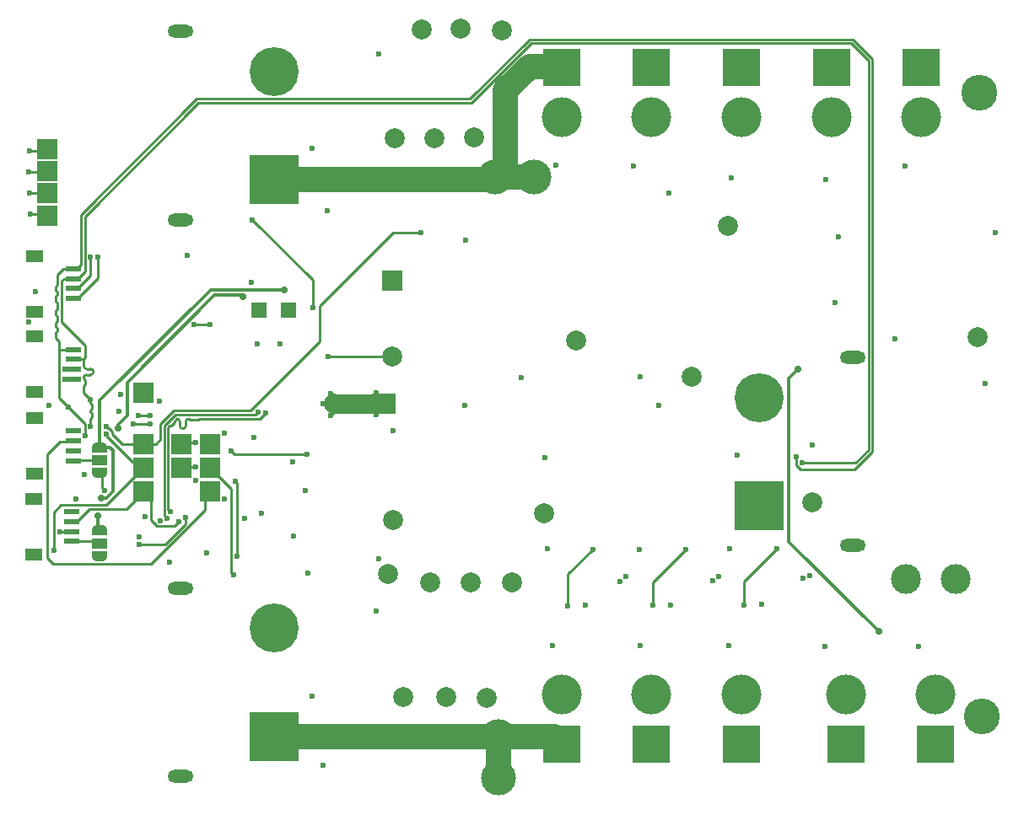
<source format=gbr>
%TF.GenerationSoftware,KiCad,Pcbnew,(6.0.10-0)*%
%TF.CreationDate,2023-03-03T19:39:16-08:00*%
%TF.ProjectId,1.0,312e302e-6b69-4636-9164-5f7063625858,rev?*%
%TF.SameCoordinates,Original*%
%TF.FileFunction,Copper,L4,Bot*%
%TF.FilePolarity,Positive*%
%FSLAX46Y46*%
G04 Gerber Fmt 4.6, Leading zero omitted, Abs format (unit mm)*
G04 Created by KiCad (PCBNEW (6.0.10-0)) date 2023-03-03 19:39:16*
%MOMM*%
%LPD*%
G01*
G04 APERTURE LIST*
G04 Aperture macros list*
%AMFreePoly0*
4,1,22,0.550000,-0.750000,0.000000,-0.750000,0.000000,-0.745033,-0.079941,-0.743568,-0.215256,-0.701293,-0.333266,-0.622738,-0.424486,-0.514219,-0.481581,-0.384460,-0.499164,-0.250000,-0.500000,-0.250000,-0.500000,0.250000,-0.499164,0.250000,-0.499963,0.256109,-0.478152,0.396186,-0.417904,0.524511,-0.324060,0.630769,-0.204165,0.706417,-0.067858,0.745374,0.000000,0.744959,0.000000,0.750000,
0.550000,0.750000,0.550000,-0.750000,0.550000,-0.750000,$1*%
%AMFreePoly1*
4,1,20,0.000000,0.744959,0.073905,0.744508,0.209726,0.703889,0.328688,0.626782,0.421226,0.519385,0.479903,0.390333,0.500000,0.250000,0.500000,-0.250000,0.499851,-0.262216,0.476331,-0.402017,0.414519,-0.529596,0.319384,-0.634700,0.198574,-0.708877,0.061801,-0.746166,0.000000,-0.745033,0.000000,-0.750000,-0.550000,-0.750000,-0.550000,0.750000,0.000000,0.750000,0.000000,0.744959,
0.000000,0.744959,$1*%
G04 Aperture macros list end*
%TA.AperFunction,ComponentPad*%
%ADD10C,3.600000*%
%TD*%
%TA.AperFunction,ComponentPad*%
%ADD11R,3.800000X3.800000*%
%TD*%
%TA.AperFunction,ComponentPad*%
%ADD12C,4.000000*%
%TD*%
%TA.AperFunction,ComponentPad*%
%ADD13R,1.500000X1.500000*%
%TD*%
%TA.AperFunction,ComponentPad*%
%ADD14C,3.000000*%
%TD*%
%TA.AperFunction,ComponentPad*%
%ADD15O,2.600000X1.300000*%
%TD*%
%TA.AperFunction,ComponentPad*%
%ADD16R,4.916000X4.916000*%
%TD*%
%TA.AperFunction,ComponentPad*%
%ADD17C,4.916000*%
%TD*%
%TA.AperFunction,ComponentPad*%
%ADD18R,2.000000X2.000000*%
%TD*%
%TA.AperFunction,ComponentPad*%
%ADD19C,2.000000*%
%TD*%
%TA.AperFunction,SMDPad,CuDef*%
%ADD20R,2.000000X2.000000*%
%TD*%
%TA.AperFunction,SMDPad,CuDef*%
%ADD21R,1.800000X1.200000*%
%TD*%
%TA.AperFunction,SMDPad,CuDef*%
%ADD22R,1.550000X0.600000*%
%TD*%
%TA.AperFunction,SMDPad,CuDef*%
%ADD23FreePoly0,90.000000*%
%TD*%
%TA.AperFunction,SMDPad,CuDef*%
%ADD24R,1.500000X1.000000*%
%TD*%
%TA.AperFunction,SMDPad,CuDef*%
%ADD25FreePoly1,90.000000*%
%TD*%
%TA.AperFunction,SMDPad,CuDef*%
%ADD26C,2.000000*%
%TD*%
%TA.AperFunction,ViaPad*%
%ADD27C,0.600000*%
%TD*%
%TA.AperFunction,ViaPad*%
%ADD28C,3.500000*%
%TD*%
%TA.AperFunction,ViaPad*%
%ADD29C,2.000000*%
%TD*%
%TA.AperFunction,ViaPad*%
%ADD30C,0.700000*%
%TD*%
%TA.AperFunction,Conductor*%
%ADD31C,0.250000*%
%TD*%
%TA.AperFunction,Conductor*%
%ADD32C,2.500000*%
%TD*%
%TA.AperFunction,Conductor*%
%ADD33C,0.350000*%
%TD*%
G04 APERTURE END LIST*
%TO.C,NT1*%
G36*
X186300000Y-141000000D02*
G01*
X182300000Y-141000000D01*
X182300000Y-139000000D01*
X186300000Y-139000000D01*
X186300000Y-141000000D01*
G37*
%TD*%
D10*
%TO.P,U28,1*%
%TO.N,N/C*%
X247150000Y-108675000D03*
%TD*%
D11*
%TO.P,U22,1,-*%
%TO.N,GND*%
X223200000Y-106150000D03*
D12*
%TO.P,U22,2,+*%
%TO.N,5V_3*%
X223200000Y-111150000D03*
%TD*%
D11*
%TO.P,U35,1*%
%TO.N,N/C*%
X232300000Y-106170000D03*
D12*
%TO.P,U35,2*%
X232300000Y-111170000D03*
%TD*%
D13*
%TO.P,P2,1,1*%
%TO.N,/~{RESET_RAW}*%
X174800000Y-130600000D03*
%TD*%
D11*
%TO.P,U17,1,-*%
%TO.N,GND*%
X223200000Y-174150000D03*
D12*
%TO.P,U17,2,+*%
%TO.N,3-3V_1*%
X223200000Y-169150000D03*
%TD*%
D11*
%TO.P,U20,1,-*%
%TO.N,GND*%
X205200000Y-106150000D03*
D12*
%TO.P,U20,2,+*%
%TO.N,+5V*%
X205200000Y-111150000D03*
%TD*%
D13*
%TO.P,P1,1,1*%
%TO.N,Net-(P1-Pad1)*%
X177775000Y-130600000D03*
%TD*%
D11*
%TO.P,U23,1,-*%
%TO.N,GND*%
X242725000Y-174150000D03*
D12*
%TO.P,U23,2,+*%
%TO.N,+12V*%
X242725000Y-169150000D03*
%TD*%
D14*
%TO.P,C5,1*%
%TO.N,+BATT*%
X244725000Y-157550000D03*
%TO.P,C5,2*%
%TO.N,GND*%
X239725000Y-157600000D03*
%TD*%
D11*
%TO.P,U18,1,-*%
%TO.N,GND*%
X214200000Y-174150000D03*
D12*
%TO.P,U18,2,+*%
%TO.N,3-3V_2*%
X214200000Y-169150000D03*
%TD*%
D15*
%TO.P,U16,*%
%TO.N,*%
X166890000Y-121460000D03*
X166890000Y-102560000D03*
D16*
%TO.P,U16,1,-*%
%TO.N,GND*%
X176290000Y-117460000D03*
D17*
%TO.P,U16,2,+*%
%TO.N,BATT_2_PWR*%
X176290000Y-106560000D03*
%TD*%
D10*
%TO.P,U27,1*%
%TO.N,unconnected-(U27-Pad1)*%
X247400000Y-171400000D03*
%TD*%
D11*
%TO.P,U24,1,-*%
%TO.N,GND*%
X241280000Y-106170000D03*
D12*
%TO.P,U24,2,+*%
%TO.N,12V_2*%
X241280000Y-111170000D03*
%TD*%
D11*
%TO.P,U25,1,-*%
%TO.N,GND*%
X233725000Y-174150000D03*
D12*
%TO.P,U25,2,+*%
%TO.N,12V_3*%
X233725000Y-169150000D03*
%TD*%
D15*
%TO.P,U15,*%
%TO.N,*%
X166950000Y-177400000D03*
X166950000Y-158500000D03*
D16*
%TO.P,U15,1,-*%
%TO.N,GND*%
X176350000Y-173400000D03*
D17*
%TO.P,U15,2,+*%
%TO.N,BATT_1_PWR*%
X176350000Y-162500000D03*
%TD*%
D11*
%TO.P,U19,1,-*%
%TO.N,GND*%
X205200000Y-174150000D03*
D12*
%TO.P,U19,2,+*%
%TO.N,3-3V_3*%
X205200000Y-169150000D03*
%TD*%
D11*
%TO.P,U21,1,-*%
%TO.N,GND*%
X214200000Y-106150000D03*
D12*
%TO.P,U21,2,+*%
%TO.N,5V_2*%
X214200000Y-111150000D03*
%TD*%
D18*
%TO.P,SP1,1,+*%
%TO.N,Net-(Q8-Pad3)*%
X188200000Y-127600000D03*
D19*
%TO.P,SP1,2,-*%
%TO.N,GNDD*%
X188200000Y-135200000D03*
%TD*%
D20*
%TO.P,TP11,1*%
%TO.N,/batt_ctl/BATT_1_CTL*%
X163200000Y-146400000D03*
%TD*%
D21*
%TO.P,J4,*%
%TO.N,*%
X152162500Y-155100000D03*
X152162500Y-149500000D03*
D22*
%TO.P,J4,1*%
%TO.N,Net-(J4-Pad1)*%
X156037500Y-153800000D03*
%TO.P,J4,2*%
%TO.N,GNDD*%
X156037500Y-152800000D03*
%TO.P,J4,3*%
%TO.N,/A5_SENSE*%
X156037500Y-151800000D03*
%TO.P,J4,4*%
%TO.N,unconnected-(J4-Pad4)*%
X156037500Y-150800000D03*
%TD*%
D15*
%TO.P,U26,*%
%TO.N,*%
X234425000Y-154225000D03*
X234425000Y-135325000D03*
D16*
%TO.P,U26,1,-*%
%TO.N,+BATT*%
X225025000Y-150225000D03*
D17*
%TO.P,U26,2,+*%
%TO.N,GND*%
X225025000Y-139325000D03*
%TD*%
D23*
%TO.P,JP2,1,1*%
%TO.N,+3V3*%
X158800000Y-155300000D03*
D24*
%TO.P,JP2,2,2*%
%TO.N,Net-(J4-Pad1)*%
X158800000Y-154000000D03*
D25*
%TO.P,JP2,3,3*%
%TO.N,+5V*%
X158800000Y-152700000D03*
%TD*%
D20*
%TO.P,TP13,1*%
%TO.N,GNDD*%
X163200000Y-138850000D03*
%TD*%
D26*
%TO.P,NT1,1*%
%TO.N,GNDD*%
X182300000Y-140000000D03*
%TO.P,NT1,2*%
%TO.N,GND*%
X186300000Y-140000000D03*
%TD*%
D20*
%TO.P,TP5,1*%
%TO.N,/MOSI*%
X153560000Y-116570000D03*
%TD*%
%TO.P,TP6,1*%
%TO.N,/SCK*%
X153560000Y-118770000D03*
%TD*%
%TO.P,TP4,1*%
%TO.N,/batt_ctl/BATT_1_CURR*%
X169875000Y-146400000D03*
%TD*%
D21*
%TO.P,J3,*%
%TO.N,*%
X152262500Y-147000000D03*
X152262500Y-141400000D03*
D22*
%TO.P,J3,1*%
%TO.N,Net-(J3-Pad1)*%
X156137500Y-145700000D03*
%TO.P,J3,2*%
%TO.N,GNDD*%
X156137500Y-144700000D03*
%TO.P,J3,3*%
%TO.N,/A0_SENSE*%
X156137500Y-143700000D03*
%TO.P,J3,4*%
%TO.N,unconnected-(J3-Pad4)*%
X156137500Y-142700000D03*
%TD*%
D20*
%TO.P,TP7,1*%
%TO.N,/A0_SENSE*%
X169875000Y-148800000D03*
%TD*%
%TO.P,TP9,1*%
%TO.N,/MISO*%
X153570000Y-121060000D03*
%TD*%
%TO.P,TP12,1*%
%TO.N,/batt_ctl/BATT_2_VSENSE*%
X167050000Y-144000000D03*
%TD*%
%TO.P,TP3,1*%
%TO.N,/batt_ctl/BATT_1_VSENSE*%
X167050000Y-146400000D03*
%TD*%
%TO.P,TP14,1*%
%TO.N,/batt_ctl/BATT_2_CTL*%
X163200000Y-144000000D03*
%TD*%
%TO.P,TP10,1*%
%TO.N,/SD_CS*%
X153560000Y-114370000D03*
%TD*%
%TO.P,TP15,1*%
%TO.N,/A5_SENSE*%
X163225000Y-148800000D03*
%TD*%
%TO.P,TP16,1*%
%TO.N,GND*%
X187500000Y-140000000D03*
%TD*%
D21*
%TO.P,J6,*%
%TO.N,*%
X152262500Y-138800000D03*
X152262500Y-133200000D03*
D22*
%TO.P,J6,1*%
%TO.N,GNDD*%
X156137500Y-137500000D03*
%TO.P,J6,2*%
%TO.N,+3V3*%
X156137500Y-136500000D03*
%TO.P,J6,3*%
%TO.N,/SDA*%
X156137500Y-135500000D03*
%TO.P,J6,4*%
%TO.N,/SCL*%
X156137500Y-134500000D03*
%TD*%
D23*
%TO.P,JP1,1,1*%
%TO.N,+3V3*%
X158800000Y-146925000D03*
D24*
%TO.P,JP1,2,2*%
%TO.N,Net-(J3-Pad1)*%
X158800000Y-145625000D03*
D25*
%TO.P,JP1,3,3*%
%TO.N,+5V*%
X158800000Y-144325000D03*
%TD*%
D20*
%TO.P,TP8,1*%
%TO.N,/batt_ctl/BATT_2_CURR*%
X169900000Y-144025000D03*
%TD*%
D21*
%TO.P,J5,*%
%TO.N,*%
X152262500Y-130700000D03*
X152262500Y-125100000D03*
D22*
%TO.P,J5,1*%
%TO.N,GNDD*%
X156137500Y-129400000D03*
%TO.P,J5,2*%
%TO.N,+3V3*%
X156137500Y-128400000D03*
%TO.P,J5,3*%
%TO.N,/SDA*%
X156137500Y-127400000D03*
%TO.P,J5,4*%
%TO.N,/SCL*%
X156137500Y-126400000D03*
%TD*%
D27*
%TO.N,3-3V_1*%
X223460000Y-160155000D03*
X226810000Y-154515000D03*
%TO.N,GND*%
X186600000Y-160800000D03*
X186600000Y-138900000D03*
X222000000Y-164235000D03*
X204575000Y-115963750D03*
X186790000Y-104820000D03*
X212400000Y-116075000D03*
X248740000Y-122765000D03*
X204280000Y-164225000D03*
X247675000Y-137925000D03*
X231690000Y-117420000D03*
D28*
X198850000Y-177575000D03*
D27*
X201100000Y-137325000D03*
X186830000Y-155550000D03*
X195425000Y-140125000D03*
X187325000Y-140025000D03*
X216110000Y-160200000D03*
X222060000Y-154505000D03*
X222800000Y-145100000D03*
X203731750Y-154548250D03*
X213080000Y-164235000D03*
D28*
X198535754Y-117154369D03*
D27*
X232990000Y-123215000D03*
X222250000Y-117260000D03*
X215950000Y-118825000D03*
X239650000Y-116125000D03*
X231625000Y-164375000D03*
X212970000Y-154600000D03*
X214950000Y-140100000D03*
X230355000Y-144110000D03*
D28*
X198825000Y-173400000D03*
D27*
X213100000Y-137250000D03*
X225240000Y-160145000D03*
X203510000Y-145410000D03*
X186475000Y-140025000D03*
X195560000Y-123540000D03*
D28*
X202404369Y-117154369D03*
D27*
X186600000Y-141070000D03*
X232640000Y-129840000D03*
X238655000Y-133415000D03*
X188250000Y-142700000D03*
X207610000Y-160230000D03*
X240985000Y-164320000D03*
%TO.N,GNDD*%
X171330000Y-149530000D03*
X155375000Y-137500000D03*
X180175000Y-114325000D03*
X167620000Y-125040000D03*
X179750000Y-156975000D03*
X163810000Y-139540000D03*
X152340000Y-128670000D03*
X174070995Y-127759695D03*
X169575000Y-154950000D03*
X171330826Y-142896778D03*
X174639961Y-133910039D03*
X178210000Y-145790000D03*
X178300000Y-153225000D03*
X154799500Y-152800000D03*
X156400000Y-149500000D03*
X180100000Y-169360000D03*
X174320000Y-143350000D03*
X156650000Y-144700000D03*
X157270000Y-147070000D03*
X181270000Y-140000000D03*
X158650000Y-125190000D03*
X182000000Y-141125000D03*
X160760000Y-140700000D03*
X182000000Y-138950000D03*
X175040000Y-150990000D03*
X163349228Y-151344103D03*
X182125000Y-140000000D03*
X181775000Y-135200000D03*
%TO.N,+3V3*%
X168414467Y-147663088D03*
X160890000Y-139040000D03*
X159125000Y-155400000D03*
X181280000Y-176280000D03*
X162800000Y-153340000D03*
X153700000Y-140150000D03*
X173400000Y-151500000D03*
X164874500Y-151700000D03*
X155375000Y-136500000D03*
X181650000Y-120600000D03*
X151650000Y-131760000D03*
X159280000Y-148649500D03*
X165850000Y-155840000D03*
X157899997Y-125190000D03*
X179450000Y-148675000D03*
X176960039Y-133910039D03*
X164849500Y-139700500D03*
%TO.N,+BATT*%
X230110000Y-157195000D03*
D29*
X191114642Y-102351165D03*
X196387851Y-113202347D03*
X195071964Y-102308799D03*
X221840000Y-122065000D03*
X189272441Y-169447441D03*
D27*
X211070000Y-157800000D03*
D29*
X192410358Y-113248835D03*
D27*
X220990000Y-157280000D03*
D29*
X230375000Y-149860000D03*
D27*
X220370000Y-157750000D03*
D29*
X246925000Y-133305000D03*
X188235000Y-151625000D03*
X196020842Y-157878882D03*
X193635121Y-169465039D03*
D27*
X211610000Y-157320000D03*
D29*
X187750000Y-157050000D03*
X188425000Y-113300000D03*
D27*
X229450000Y-157495000D03*
D29*
X199175000Y-102475000D03*
X206650000Y-133650000D03*
X218275000Y-137225000D03*
X197650000Y-169475000D03*
X200231635Y-157881635D03*
X192034478Y-157894772D03*
X203460000Y-150930000D03*
D27*
%TO.N,3-3V_2*%
X214350000Y-160200000D03*
X217660000Y-154600000D03*
%TO.N,3-3V_3*%
X208320000Y-154580000D03*
X205830000Y-160250000D03*
D30*
%TO.N,+5V*%
X177349502Y-128500000D03*
X158600000Y-151204500D03*
X159008882Y-149454577D03*
%TO.N,12V_3*%
X228925000Y-136525000D03*
X237025000Y-162850000D03*
D27*
%TO.N,/processor/FLASH_MISO*%
X162800000Y-154089500D03*
X167425061Y-151365647D03*
%TO.N,/batt_ctl/BATT_2_CURR*%
X169170000Y-144550500D03*
X169740000Y-143340000D03*
%TO.N,/batt_ctl/BATT_1_VSENSE*%
X168425498Y-146275000D03*
%TO.N,/batt_ctl/BATT_1_CURR*%
X169520000Y-145700000D03*
X172225000Y-157150000D03*
%TO.N,/batt_ctl/BATT_2_VSENSE*%
X168450000Y-143875000D03*
%TO.N,/A0_SENSE*%
X169400000Y-149550000D03*
%TO.N,/MOSI*%
X162170820Y-141953680D03*
X163874500Y-141953680D03*
X151710000Y-116660000D03*
%TO.N,/SCK*%
X151780000Y-118780000D03*
%TO.N,/MISO*%
X163874500Y-141125000D03*
X162724000Y-141125000D03*
X151880500Y-120930000D03*
%TO.N,/SD_CS*%
X151770000Y-114540000D03*
D30*
%TO.N,/BUZZER*%
X160644959Y-142449500D03*
X173200500Y-129224500D03*
D27*
%TO.N,/batt_ctl/BATT_1_CTL*%
X159474500Y-143004500D03*
X154225000Y-154725000D03*
%TO.N,/batt_ctl/BATT_2_CTL*%
X191025000Y-122800000D03*
X159480997Y-142255025D03*
%TO.N,/SDA*%
X157850000Y-139500000D03*
X229325500Y-145925000D03*
X157900000Y-142250000D03*
%TO.N,/SCL*%
X155637708Y-140287292D03*
X157325500Y-143200000D03*
X228724750Y-145325500D03*
%TO.N,/~{RESET_RAW}*%
X168309337Y-132019551D03*
X169919750Y-132020250D03*
%TO.N,/SWCLK*%
X165588243Y-151471256D03*
X174725000Y-140812534D03*
%TO.N,/SWDIO*%
X175475000Y-140875000D03*
X165876883Y-150779562D03*
%TO.N,/A5_SENSE*%
X166800000Y-151779232D03*
%TO.N,BATT_1_PWR*%
X172425000Y-147775000D03*
X172600000Y-155300000D03*
%TO.N,BATT_2_PWR*%
X179650000Y-145025000D03*
X180200000Y-130275000D03*
X174169500Y-121505500D03*
X172030000Y-144710000D03*
%TD*%
D31*
%TO.N,3-3V_1*%
X223460000Y-160155000D02*
X223460000Y-157865000D01*
X223460000Y-157865000D02*
X226810000Y-154515000D01*
D32*
%TO.N,GND*%
X198825000Y-177550000D02*
X198850000Y-177575000D01*
D31*
X186450000Y-140000000D02*
X186475000Y-140025000D01*
D32*
X201950000Y-106075000D02*
X205175000Y-106075000D01*
X198825000Y-173400000D02*
X198825000Y-177550000D01*
D31*
X186600000Y-138900000D02*
X186300000Y-139200000D01*
X186300000Y-140025000D02*
X187325000Y-140025000D01*
X186300000Y-140025000D02*
X186475000Y-140025000D01*
D32*
X204475000Y-173400000D02*
X205275000Y-174200000D01*
X198535754Y-117154369D02*
X199550000Y-116140123D01*
X199550000Y-108474999D02*
X201950000Y-106075000D01*
D31*
X186300000Y-140775000D02*
X186600000Y-141075000D01*
D32*
X198230123Y-117460000D02*
X198535754Y-117154369D01*
X176350000Y-173400000D02*
X204475000Y-173400000D01*
D31*
X187500000Y-140000000D02*
X187350000Y-140000000D01*
X187350000Y-140000000D02*
X187325000Y-140025000D01*
X186300000Y-140000000D02*
X186450000Y-140000000D01*
X186300000Y-140025000D02*
X186300000Y-140775000D01*
D32*
X176290000Y-117460000D02*
X198230123Y-117460000D01*
D31*
X186300000Y-139200000D02*
X186300000Y-140025000D01*
D32*
X202404369Y-117154369D02*
X198535754Y-117154369D01*
X199550000Y-116140123D02*
X199550000Y-108474999D01*
D31*
X186300000Y-140025000D02*
X186425000Y-140025000D01*
X186600000Y-141075000D02*
X186600000Y-141070000D01*
%TO.N,GNDD*%
X155375000Y-137500000D02*
X156137500Y-137500000D01*
X182300000Y-140000000D02*
X181275000Y-140000000D01*
X182300000Y-140825000D02*
X182300000Y-140000000D01*
X156612500Y-129400000D02*
X156137500Y-129400000D01*
X188200000Y-135200000D02*
X181775000Y-135200000D01*
X156137500Y-144700000D02*
X156650000Y-144700000D01*
X182300000Y-139250000D02*
X182000000Y-138950000D01*
X154800000Y-152800000D02*
X156037500Y-152800000D01*
X182300000Y-140000000D02*
X182300000Y-139250000D01*
X154800000Y-152800000D02*
X154799500Y-152800000D01*
X158650000Y-125190000D02*
X158650000Y-127362500D01*
X182000000Y-141125000D02*
X182300000Y-140825000D01*
X182300000Y-140000000D02*
X182125000Y-140000000D01*
X181275000Y-140000000D02*
X181270000Y-140000000D01*
X158650000Y-127362500D02*
X156612500Y-129400000D01*
%TO.N,+3V3*%
X159050000Y-148419500D02*
X159050000Y-147225000D01*
X157900497Y-125190000D02*
X157899997Y-125190000D01*
X155375000Y-136500000D02*
X156137500Y-136500000D01*
X157900497Y-127112003D02*
X156612500Y-128400000D01*
X157900497Y-125190000D02*
X157900497Y-127112003D01*
X159280000Y-148649500D02*
X159050000Y-148419500D01*
X156612500Y-128400000D02*
X156137500Y-128400000D01*
%TO.N,3-3V_2*%
X214350000Y-157910000D02*
X217660000Y-154600000D01*
X214350000Y-160200000D02*
X214350000Y-157910000D01*
%TO.N,3-3V_3*%
X205830000Y-160250000D02*
X205830000Y-157070000D01*
X205830000Y-157070000D02*
X208320000Y-154580000D01*
D33*
%TO.N,+5V*%
X159470000Y-149440000D02*
X159023459Y-149440000D01*
X158600000Y-151204500D02*
X158600000Y-152570000D01*
X159850000Y-144325000D02*
X160150000Y-144625000D01*
X177349502Y-128500000D02*
X169950000Y-128500000D01*
X158800000Y-144325000D02*
X159850000Y-144325000D01*
X169950000Y-128500000D02*
X158800000Y-139650000D01*
X158800000Y-139650000D02*
X158800000Y-144325000D01*
X158600000Y-152570000D02*
X158790000Y-152760000D01*
X160150000Y-144625000D02*
X160150000Y-148779595D01*
X160130405Y-148779595D02*
X159470000Y-149440000D01*
X159023459Y-149440000D02*
X159008882Y-149454577D01*
X160150000Y-148779595D02*
X160130405Y-148779595D01*
%TO.N,12V_3*%
X228008000Y-153833000D02*
X228008000Y-138142000D01*
X228008000Y-137442000D02*
X228925000Y-136525000D01*
X228008000Y-153833000D02*
X237025000Y-162850000D01*
X228008000Y-138142000D02*
X228008000Y-137442000D01*
D31*
%TO.N,/processor/FLASH_MISO*%
X167425761Y-152049239D02*
X167425761Y-151366448D01*
X162800000Y-154089500D02*
X165385500Y-154089500D01*
X165385500Y-154089500D02*
X167425761Y-152049239D01*
%TO.N,/batt_ctl/BATT_2_CURR*%
X169900000Y-144025000D02*
X169900000Y-143500000D01*
X169900000Y-143500000D02*
X169750000Y-143350000D01*
%TO.N,/batt_ctl/BATT_1_VSENSE*%
X167425000Y-146275000D02*
X167400000Y-146300000D01*
X168425498Y-146275000D02*
X167425000Y-146275000D01*
%TO.N,/batt_ctl/BATT_1_CURR*%
X172225000Y-157150000D02*
X172025000Y-156950000D01*
X172025000Y-148550000D02*
X170325000Y-146850000D01*
X170325000Y-146850000D02*
X170225000Y-146850000D01*
X172025000Y-156950000D02*
X172025000Y-148550000D01*
%TO.N,/batt_ctl/BATT_2_VSENSE*%
X167375000Y-143875000D02*
X167350000Y-143900000D01*
X168450000Y-143875000D02*
X167375000Y-143875000D01*
%TO.N,/A0_SENSE*%
X169400000Y-150640685D02*
X163965685Y-156075000D01*
X153525000Y-155475000D02*
X153525000Y-145075000D01*
X153525000Y-145075000D02*
X154850000Y-143750000D01*
X163965685Y-156075000D02*
X154125000Y-156075000D01*
X154850000Y-143750000D02*
X156350000Y-143750000D01*
X169400000Y-149550000D02*
X169400000Y-150640685D01*
X154125000Y-156075000D02*
X153525000Y-155475000D01*
%TO.N,/MOSI*%
X151710000Y-116660000D02*
X153090000Y-116660000D01*
X163874500Y-141953680D02*
X162170820Y-141953680D01*
%TO.N,/SCK*%
X151780000Y-118780000D02*
X153250000Y-118780000D01*
%TO.N,/MISO*%
X151880500Y-120930000D02*
X153780000Y-120930000D01*
X162724000Y-141125000D02*
X163874500Y-141125000D01*
%TO.N,/SD_CS*%
X151770000Y-114540000D02*
X153210000Y-114540000D01*
D33*
%TO.N,/BUZZER*%
X170325000Y-129050000D02*
X173200500Y-129050000D01*
X173200500Y-129050000D02*
X173275000Y-129124500D01*
X161575000Y-141175000D02*
X161575000Y-137800000D01*
X160644959Y-142105041D02*
X161575000Y-141175000D01*
X161575000Y-137800000D02*
X170325000Y-129050000D01*
X160644959Y-142449500D02*
X160644959Y-142105041D01*
X173275000Y-129150000D02*
X173200500Y-129224500D01*
X173275000Y-129124500D02*
X173275000Y-129150000D01*
D31*
%TO.N,/batt_ctl/BATT_1_CTL*%
X154945000Y-150130000D02*
X159520000Y-150130000D01*
X159474500Y-143004500D02*
X159474500Y-143174500D01*
X154225000Y-150850000D02*
X154945000Y-150130000D01*
X162075000Y-145775000D02*
X162550000Y-145775000D01*
X159474500Y-143174500D02*
X162075000Y-145775000D01*
X161950000Y-147650000D02*
X163200000Y-146400000D01*
X154225000Y-154725000D02*
X154225000Y-150850000D01*
X159520000Y-150130000D02*
X161950000Y-147700000D01*
X161950000Y-147700000D02*
X161950000Y-147650000D01*
%TO.N,/batt_ctl/BATT_2_CTL*%
X164900000Y-142009314D02*
X166234314Y-140675000D01*
X164450000Y-144000000D02*
X164900000Y-143550000D01*
X159480997Y-142255025D02*
X159655472Y-142429500D01*
X173925000Y-140675000D02*
X180925000Y-133675000D01*
X180925000Y-133675000D02*
X180925000Y-130161827D01*
X159655472Y-142429500D02*
X159712673Y-142429500D01*
X160049500Y-142989500D02*
X161060000Y-144000000D01*
X160049500Y-142766327D02*
X160049500Y-142989500D01*
X164900000Y-143550000D02*
X164900000Y-142009314D01*
X188286827Y-122800000D02*
X191025000Y-122800000D01*
X161060000Y-144000000D02*
X163200000Y-144000000D01*
X180925000Y-130161827D02*
X188286827Y-122800000D01*
X163200000Y-144000000D02*
X164450000Y-144000000D01*
X159712673Y-142429500D02*
X160049500Y-142766327D01*
X166234314Y-140675000D02*
X173925000Y-140675000D01*
%TO.N,/SDA*%
X157375000Y-137575000D02*
X157375000Y-138000000D01*
X157325497Y-126687003D02*
X156612500Y-127400000D01*
X157225000Y-138875000D02*
X157850000Y-139500000D01*
X156250000Y-135450000D02*
X156225000Y-135475000D01*
X157200000Y-137350000D02*
X157200000Y-137400000D01*
X157200000Y-137400000D02*
X157375000Y-137575000D01*
X234235000Y-103755000D02*
X202113324Y-103755000D01*
X157200000Y-135450000D02*
X157350000Y-135300000D01*
X157500000Y-136450000D02*
X157900000Y-136450000D01*
X236000000Y-144575000D02*
X236000000Y-105520000D01*
X229325500Y-145925000D02*
X234650000Y-145925000D01*
X157875000Y-140775000D02*
X158025000Y-140925000D01*
X158025000Y-140050000D02*
X158025000Y-140450000D01*
X155210000Y-127400000D02*
X156137500Y-127400000D01*
X157350000Y-134087500D02*
X154980000Y-131717500D01*
X157325497Y-121124503D02*
X157325497Y-126687003D01*
X236000000Y-105520000D02*
X234235000Y-103755000D01*
X158025000Y-141325000D02*
X157900000Y-141450000D01*
X157350000Y-135300000D02*
X157350000Y-134087500D01*
X158025000Y-140925000D02*
X158025000Y-141325000D01*
X157850000Y-139500000D02*
X157850000Y-139875000D01*
X157900000Y-137050000D02*
X157500000Y-137050000D01*
X154980000Y-131717500D02*
X154980000Y-127630000D01*
X234650000Y-145925000D02*
X236000000Y-144575000D01*
X157875000Y-140600000D02*
X157875000Y-140775000D01*
X158025000Y-140450000D02*
X157875000Y-140600000D01*
X168728681Y-109721319D02*
X157325497Y-121124503D01*
X157225000Y-138150000D02*
X157225000Y-138875000D01*
X196147004Y-109721319D02*
X168728681Y-109721319D01*
X154980000Y-127630000D02*
X155210000Y-127400000D01*
X202113324Y-103755000D02*
X196147004Y-109721319D01*
X157375000Y-138000000D02*
X157225000Y-138150000D01*
X157200000Y-135450000D02*
X156250000Y-135450000D01*
X157850000Y-139875000D02*
X158025000Y-140050000D01*
X157200000Y-136150000D02*
X157200000Y-135450000D01*
X157900000Y-141450000D02*
X157900000Y-142250000D01*
X156612500Y-127400000D02*
X156137500Y-127400000D01*
X157900000Y-137050000D02*
G75*
G03*
X158200000Y-136750000I0J300000D01*
G01*
X157200000Y-137350000D02*
G75*
G02*
X157500000Y-137050000I300000J0D01*
G01*
X157500000Y-136450000D02*
G75*
G02*
X157200000Y-136150000I0J300000D01*
G01*
X158200000Y-136750000D02*
G75*
G03*
X157900000Y-136450000I-300000J0D01*
G01*
%TO.N,/SCL*%
X154432500Y-132792500D02*
X154550000Y-132675000D01*
X234400686Y-103355000D02*
X236400000Y-105354314D01*
X154717500Y-133657500D02*
X154432500Y-133372500D01*
X156550000Y-126400000D02*
X156925497Y-126024503D01*
X154440000Y-128590000D02*
X154440000Y-128165000D01*
X154432500Y-133372500D02*
X154432500Y-132792500D01*
X154717500Y-134567500D02*
X154717500Y-133657500D01*
X229187327Y-146600000D02*
X228750500Y-146163173D01*
X234575000Y-146600000D02*
X229187327Y-146600000D01*
X154557500Y-128707500D02*
X154440000Y-128590000D01*
X154717500Y-139367084D02*
X154717500Y-134567500D01*
X168562996Y-109321319D02*
X195981319Y-109321319D01*
X156925497Y-126024503D02*
X156925497Y-120958818D01*
X154717500Y-134567500D02*
X156057500Y-134567500D01*
X195981319Y-109321319D02*
X201947639Y-103355000D01*
X154432500Y-130582500D02*
X154550000Y-130465000D01*
X154557500Y-127002500D02*
X155160000Y-126400000D01*
X154432500Y-132232500D02*
X154432500Y-131807500D01*
X154440000Y-129150000D02*
X154557500Y-129032500D01*
X154550000Y-129840000D02*
X154440000Y-129730000D01*
X154550000Y-131150000D02*
X154432500Y-131032500D01*
X156137500Y-126400000D02*
X156550000Y-126400000D01*
X157325500Y-141975084D02*
X157325500Y-143200000D01*
X236400000Y-105354314D02*
X236400000Y-144775000D01*
X154550000Y-132350000D02*
X154432500Y-132232500D01*
X154440000Y-129730000D02*
X154440000Y-129150000D01*
X154557500Y-128047500D02*
X154557500Y-127002500D01*
X154432500Y-131032500D02*
X154432500Y-130582500D01*
X154550000Y-131690000D02*
X154550000Y-131150000D01*
X154550000Y-130465000D02*
X154550000Y-129840000D01*
X201947639Y-103355000D02*
X234400686Y-103355000D01*
X155637708Y-140287292D02*
X157325500Y-141975084D01*
X236400000Y-144775000D02*
X234575000Y-146600000D01*
X154432500Y-131807500D02*
X154550000Y-131690000D01*
X156057500Y-134567500D02*
X156100000Y-134525000D01*
X156925497Y-120958818D02*
X168562996Y-109321319D01*
X156137500Y-126400000D02*
X155160000Y-126400000D01*
X228750500Y-145351250D02*
X228724750Y-145325500D01*
X154440000Y-128165000D02*
X154557500Y-128047500D01*
X154557500Y-129032500D02*
X154557500Y-128707500D01*
X228750500Y-146163173D02*
X228750500Y-145351250D01*
X155637708Y-140287292D02*
X154717500Y-139367084D01*
X154550000Y-132675000D02*
X154550000Y-132350000D01*
%TO.N,/~{RESET_RAW}*%
X169919750Y-132020250D02*
X168881148Y-132020250D01*
X168880449Y-132019551D02*
X168309337Y-132019551D01*
X168881148Y-132020250D02*
X168880449Y-132019551D01*
%TO.N,/SWCLK*%
X166400000Y-141075000D02*
X165301883Y-142173117D01*
X174462534Y-141075000D02*
X166400000Y-141075000D01*
X174718767Y-140818767D02*
X174462534Y-141075000D01*
X165301883Y-142173117D02*
X165301883Y-151184896D01*
X165301883Y-151184896D02*
X165588243Y-151471256D01*
%TO.N,/SWDIO*%
X168675000Y-141575000D02*
X168775000Y-141475000D01*
X174875000Y-141475000D02*
X175475000Y-140875000D01*
X166350000Y-141690686D02*
X166565686Y-141475000D01*
X167800000Y-141475000D02*
X167900000Y-141575000D01*
X166025000Y-142175000D02*
X166350000Y-141850000D01*
X165701883Y-150604562D02*
X165701883Y-142338803D01*
X167765686Y-141475000D02*
X167800000Y-141475000D01*
X168775000Y-141475000D02*
X174875000Y-141475000D01*
X165701883Y-142338803D02*
X165865686Y-142175000D01*
X167465686Y-142175000D02*
X167465686Y-141775000D01*
X166865686Y-141775000D02*
X166865686Y-142175000D01*
X165876883Y-150779562D02*
X165701883Y-150604562D01*
X165865686Y-142175000D02*
X166025000Y-142175000D01*
X166350000Y-141850000D02*
X166350000Y-141690686D01*
X167900000Y-141575000D02*
X168675000Y-141575000D01*
X167765686Y-141474986D02*
G75*
G03*
X167465686Y-141775000I14J-300014D01*
G01*
X166865700Y-141775000D02*
G75*
G03*
X166565686Y-141475000I-300000J0D01*
G01*
X167165686Y-142475014D02*
G75*
G02*
X166865686Y-142175000I14J300014D01*
G01*
X167465700Y-142175000D02*
G75*
G02*
X167165686Y-142475000I-300000J0D01*
G01*
%TO.N,/A5_SENSE*%
X164600000Y-152275000D02*
X163950000Y-151625000D01*
X166305232Y-152275000D02*
X164600000Y-152275000D01*
X166800500Y-151779732D02*
X166305232Y-152275000D01*
X156037500Y-151800000D02*
X156512500Y-151800000D01*
X161545000Y-150530000D02*
X162850000Y-149225000D01*
X163950000Y-151625000D02*
X163950000Y-149475000D01*
X157782500Y-150530000D02*
X161545000Y-150530000D01*
X156512500Y-151800000D02*
X157782500Y-150530000D01*
%TO.N,Net-(J3-Pad1)*%
X158775000Y-145650000D02*
X156225000Y-145650000D01*
X158800000Y-145625000D02*
X158775000Y-145650000D01*
%TO.N,Net-(J4-Pad1)*%
X158750000Y-153800000D02*
X158875000Y-153925000D01*
X156037500Y-153800000D02*
X158750000Y-153800000D01*
%TO.N,BATT_1_PWR*%
X172600000Y-155300000D02*
X172600000Y-147950000D01*
X172600000Y-147950000D02*
X172425000Y-147775000D01*
%TO.N,BATT_2_PWR*%
X172050000Y-144700000D02*
X172040000Y-144700000D01*
X172040000Y-144700000D02*
X172030000Y-144710000D01*
X179650000Y-145025000D02*
X172375000Y-145025000D01*
X174169500Y-121505500D02*
X180200000Y-127536000D01*
X172375000Y-145025000D02*
X172050000Y-144700000D01*
X180200000Y-127536000D02*
X180200000Y-130275000D01*
%TD*%
M02*

</source>
